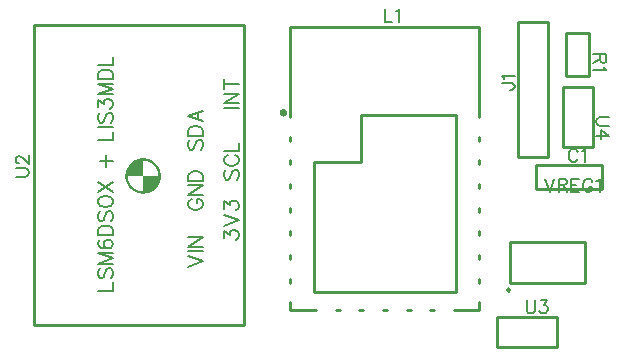
<source format=gto>
G04 Layer: TopSilkscreenLayer*
G04 EasyEDA v6.5.47, 2024-10-08 22:28:42*
G04 1ebfd5db29c148b9bf331c51237545a2,bd0a3265f8cf4f36a4e098e39f96ef10,10*
G04 Gerber Generator version 0.2*
G04 Scale: 100 percent, Rotated: No, Reflected: No *
G04 Dimensions in millimeters *
G04 leading zeros omitted , absolute positions ,4 integer and 5 decimal *
%FSLAX45Y45*%
%MOMM*%

%ADD10C,0.1524*%
%ADD11C,0.1270*%
%ADD12C,0.2540*%

%LPD*%
G36*
X1159611Y1699869D02*
G01*
X1150721Y1699514D01*
X1146302Y1698904D01*
X1140104Y1698447D01*
X1135938Y1697888D01*
X1133144Y1697126D01*
X1128725Y1696669D01*
X1125829Y1695704D01*
X1121206Y1694891D01*
X1119581Y1694078D01*
X1115669Y1693316D01*
X1113993Y1692452D01*
X1110792Y1691690D01*
X1108913Y1690725D01*
X1106728Y1690268D01*
X1105001Y1689252D01*
X1102156Y1688490D01*
X1101039Y1687677D01*
X1098651Y1686966D01*
X1097432Y1686102D01*
X1094943Y1685289D01*
X1094130Y1684528D01*
X1091895Y1683664D01*
X1090879Y1682902D01*
X1088644Y1682089D01*
X1087526Y1681175D01*
X1086154Y1680616D01*
X1085342Y1679905D01*
X1083106Y1678889D01*
X1082548Y1678228D01*
X1080160Y1677162D01*
X1079601Y1676501D01*
X1077671Y1675536D01*
X1077417Y1675130D01*
X1075740Y1674266D01*
X1074318Y1672996D01*
X1071168Y1670913D01*
X1059688Y1661617D01*
X1050950Y1653133D01*
X1043228Y1644446D01*
X1037082Y1636217D01*
X1032103Y1629054D01*
X1031036Y1626768D01*
X1030478Y1626311D01*
X1029716Y1624634D01*
X1028496Y1622907D01*
X1028496Y1622450D01*
X1027074Y1620266D01*
X1026464Y1618386D01*
X1025702Y1617675D01*
X1025042Y1615643D01*
X1023924Y1614068D01*
X1023467Y1612239D01*
X1022502Y1610817D01*
X1021638Y1608328D01*
X1020724Y1606854D01*
X1020216Y1604670D01*
X1019098Y1602638D01*
X1018489Y1600149D01*
X1017524Y1598269D01*
X1017066Y1595882D01*
X1015949Y1593240D01*
X1015339Y1589989D01*
X1014425Y1587906D01*
X1013866Y1584299D01*
X1012748Y1580896D01*
X1012240Y1576476D01*
X1011275Y1572768D01*
X1009700Y1557070D01*
X1009572Y1549146D01*
X1029868Y1549146D01*
X1030782Y1549806D01*
X1159611Y1549806D01*
X1159611Y1678635D01*
X1160221Y1679498D01*
X1173886Y1679092D01*
X1180084Y1677924D01*
X1184300Y1677466D01*
X1189482Y1676146D01*
X1192428Y1675688D01*
X1193952Y1674926D01*
X1197965Y1674114D01*
X1199896Y1673148D01*
X1202283Y1672691D01*
X1204722Y1671523D01*
X1206703Y1671066D01*
X1208278Y1670151D01*
X1210665Y1669491D01*
X1212494Y1668373D01*
X1214729Y1667713D01*
X1215186Y1667154D01*
X1217930Y1666087D01*
X1219250Y1665122D01*
X1221130Y1664512D01*
X1221689Y1663852D01*
X1223822Y1662887D01*
X1225092Y1661972D01*
X1226667Y1661312D01*
X1227480Y1660550D01*
X1229258Y1659686D01*
X1230579Y1658518D01*
X1231036Y1658518D01*
X1236573Y1654708D01*
X1236573Y1654403D01*
X1240536Y1651609D01*
X1248460Y1644650D01*
X1255471Y1637588D01*
X1261516Y1630629D01*
X1264208Y1626717D01*
X1264513Y1626717D01*
X1268323Y1621180D01*
X1268323Y1620774D01*
X1269492Y1619453D01*
X1270406Y1617624D01*
X1271117Y1616862D01*
X1271778Y1615236D01*
X1272743Y1614017D01*
X1273657Y1611833D01*
X1274318Y1611325D01*
X1274978Y1609394D01*
X1275943Y1608074D01*
X1276959Y1605381D01*
X1277569Y1604924D01*
X1278178Y1602638D01*
X1279296Y1600860D01*
X1279956Y1598472D01*
X1280922Y1596847D01*
X1281328Y1594916D01*
X1282496Y1592478D01*
X1283004Y1590090D01*
X1283970Y1588160D01*
X1284782Y1584096D01*
X1285544Y1582572D01*
X1286002Y1579676D01*
X1287322Y1574495D01*
X1287780Y1570278D01*
X1288897Y1564030D01*
X1289354Y1550416D01*
X1288440Y1549806D01*
X1159611Y1549806D01*
X1159611Y1420977D01*
X1158951Y1420012D01*
X1148334Y1420266D01*
X1143812Y1420672D01*
X1140206Y1421485D01*
X1134211Y1422196D01*
X1131620Y1423060D01*
X1126896Y1423822D01*
X1124966Y1424686D01*
X1121714Y1425295D01*
X1119124Y1426413D01*
X1116736Y1426921D01*
X1114755Y1427937D01*
X1111961Y1428699D01*
X1110945Y1429410D01*
X1108151Y1430274D01*
X1106830Y1431239D01*
X1104950Y1431696D01*
X1102410Y1433068D01*
X1101699Y1433271D01*
X1099566Y1434693D01*
X1098905Y1434693D01*
X1096924Y1436014D01*
X1096060Y1436268D01*
X1094536Y1437335D01*
X1092301Y1438452D01*
X1091996Y1438859D01*
X1089964Y1439926D01*
X1088644Y1441043D01*
X1088186Y1441043D01*
X1083411Y1444345D01*
X1078179Y1448409D01*
X1074369Y1451762D01*
X1072743Y1452930D01*
X1062736Y1462938D01*
X1061567Y1464564D01*
X1058214Y1468374D01*
X1050848Y1478381D01*
X1050848Y1478838D01*
X1049731Y1480159D01*
X1048664Y1482191D01*
X1048258Y1482496D01*
X1046073Y1486306D01*
X1046073Y1486712D01*
X1044498Y1489100D01*
X1044498Y1489760D01*
X1043076Y1491894D01*
X1042619Y1493316D01*
X1041501Y1495145D01*
X1041044Y1497025D01*
X1040079Y1498295D01*
X1039215Y1501140D01*
X1038504Y1502156D01*
X1037742Y1504950D01*
X1036726Y1506931D01*
X1036218Y1509318D01*
X1035100Y1511909D01*
X1034643Y1514703D01*
X1033627Y1517091D01*
X1032865Y1521815D01*
X1032154Y1523695D01*
X1031290Y1530350D01*
X1030478Y1534007D01*
X1030020Y1540713D01*
X1029868Y1549146D01*
X1009572Y1549146D01*
X1009853Y1540713D01*
X1010462Y1536293D01*
X1011275Y1526794D01*
X1012240Y1523136D01*
X1012698Y1518716D01*
X1013714Y1515821D01*
X1014425Y1511503D01*
X1015339Y1509522D01*
X1016101Y1505610D01*
X1016863Y1504289D01*
X1017727Y1500733D01*
X1018438Y1499514D01*
X1019302Y1496364D01*
X1020267Y1494739D01*
X1020724Y1492707D01*
X1021842Y1490726D01*
X1022350Y1489151D01*
X1023619Y1486712D01*
X1023924Y1485544D01*
X1025093Y1483715D01*
X1025652Y1482140D01*
X1026668Y1480616D01*
X1027328Y1478686D01*
X1027937Y1478127D01*
X1029258Y1475536D01*
X1029512Y1475384D01*
X1030630Y1472895D01*
X1031087Y1472590D01*
X1032154Y1470558D01*
X1033271Y1469237D01*
X1033271Y1468678D01*
X1034440Y1467358D01*
X1035456Y1465326D01*
X1036472Y1464411D01*
X1036472Y1463903D01*
X1037539Y1462938D01*
X1038453Y1461160D01*
X1039317Y1460347D01*
X1040079Y1458874D01*
X1040841Y1458468D01*
X1043940Y1454302D01*
X1047750Y1449832D01*
X1056386Y1440942D01*
X1061669Y1436166D01*
X1066038Y1432560D01*
X1068273Y1431036D01*
X1068679Y1430274D01*
X1070152Y1429512D01*
X1070965Y1428648D01*
X1072743Y1427734D01*
X1073708Y1426667D01*
X1074216Y1426667D01*
X1075182Y1425651D01*
X1077163Y1424635D01*
X1078484Y1423466D01*
X1079042Y1423466D01*
X1080363Y1422349D01*
X1082446Y1421282D01*
X1082700Y1420825D01*
X1085189Y1419707D01*
X1085494Y1419250D01*
X1087932Y1418132D01*
X1088491Y1417523D01*
X1090523Y1416812D01*
X1091844Y1415846D01*
X1093520Y1415288D01*
X1095349Y1414119D01*
X1096518Y1413814D01*
X1098956Y1412544D01*
X1100531Y1412036D01*
X1102258Y1411071D01*
X1105103Y1410258D01*
X1106170Y1409496D01*
X1109319Y1408633D01*
X1110538Y1407922D01*
X1114094Y1407058D01*
X1115415Y1406296D01*
X1119327Y1405534D01*
X1121308Y1404620D01*
X1125626Y1403908D01*
X1128522Y1402892D01*
X1132941Y1402435D01*
X1136599Y1401521D01*
X1152499Y1399844D01*
X1166723Y1399844D01*
X1182573Y1401470D01*
X1186281Y1402435D01*
X1190650Y1402892D01*
X1194104Y1404061D01*
X1197508Y1404518D01*
X1200099Y1405534D01*
X1203604Y1406245D01*
X1205230Y1407109D01*
X1208532Y1407871D01*
X1209852Y1408684D01*
X1213053Y1409496D01*
X1214120Y1410258D01*
X1216964Y1411071D01*
X1218082Y1411833D01*
X1220774Y1412697D01*
X1221790Y1413510D01*
X1224178Y1414221D01*
X1225194Y1415084D01*
X1227429Y1415897D01*
X1228648Y1416812D01*
X1230071Y1417269D01*
X1232255Y1418691D01*
X1232662Y1418691D01*
X1234998Y1420266D01*
X1235557Y1420266D01*
X1237284Y1421587D01*
X1238961Y1422349D01*
X1239672Y1423111D01*
X1241552Y1424076D01*
X1241755Y1424482D01*
X1244142Y1425752D01*
X1244142Y1426057D01*
X1247851Y1428546D01*
X1253236Y1432814D01*
X1254302Y1433423D01*
X1259332Y1437792D01*
X1265631Y1443786D01*
X1272235Y1450746D01*
X1278737Y1458671D01*
X1282750Y1464106D01*
X1282750Y1464462D01*
X1284071Y1465935D01*
X1284935Y1467612D01*
X1285341Y1467866D01*
X1286306Y1469745D01*
X1286967Y1470355D01*
X1288135Y1472742D01*
X1288846Y1473555D01*
X1289354Y1474825D01*
X1290726Y1476756D01*
X1290726Y1477162D01*
X1292148Y1479296D01*
X1292758Y1481175D01*
X1293520Y1481886D01*
X1294180Y1483918D01*
X1295196Y1485290D01*
X1295908Y1487627D01*
X1296720Y1488795D01*
X1297584Y1491335D01*
X1298295Y1492351D01*
X1299108Y1495196D01*
X1300124Y1496923D01*
X1300581Y1499108D01*
X1301546Y1501038D01*
X1302359Y1504289D01*
X1303172Y1505864D01*
X1303883Y1509776D01*
X1304747Y1511503D01*
X1305509Y1515973D01*
X1306474Y1518920D01*
X1306982Y1523288D01*
X1308100Y1527911D01*
X1309573Y1543100D01*
X1309573Y1556512D01*
X1308557Y1565503D01*
X1308100Y1571498D01*
X1306982Y1576273D01*
X1306474Y1580692D01*
X1305509Y1583537D01*
X1304747Y1588160D01*
X1303883Y1589786D01*
X1303172Y1593748D01*
X1302308Y1595374D01*
X1301496Y1598676D01*
X1300734Y1599996D01*
X1300073Y1602638D01*
X1299108Y1604365D01*
X1298295Y1607159D01*
X1297381Y1608632D01*
X1296873Y1610461D01*
X1295755Y1612239D01*
X1295349Y1613916D01*
X1294282Y1615389D01*
X1293520Y1617472D01*
X1292352Y1619199D01*
X1292352Y1619910D01*
X1290726Y1622247D01*
X1290726Y1622704D01*
X1286865Y1629359D01*
X1286611Y1629359D01*
X1285544Y1631238D01*
X1284681Y1632254D01*
X1283970Y1633880D01*
X1283106Y1634642D01*
X1282395Y1636014D01*
X1281480Y1636826D01*
X1280769Y1638249D01*
X1272184Y1648866D01*
X1266850Y1654606D01*
X1258671Y1662328D01*
X1248105Y1670964D01*
X1246682Y1671675D01*
X1245870Y1672539D01*
X1244447Y1673250D01*
X1243685Y1674114D01*
X1242060Y1674875D01*
X1241094Y1675739D01*
X1239164Y1676755D01*
X1239164Y1677060D01*
X1236878Y1678127D01*
X1235811Y1679041D01*
X1234490Y1679600D01*
X1232509Y1680921D01*
X1232052Y1680921D01*
X1229715Y1682496D01*
X1229004Y1682496D01*
X1227277Y1683715D01*
X1225245Y1684477D01*
X1223721Y1685493D01*
X1222095Y1685950D01*
X1220266Y1687068D01*
X1218488Y1687525D01*
X1217015Y1688490D01*
X1214221Y1689252D01*
X1212494Y1690268D01*
X1209802Y1690878D01*
X1208481Y1691690D01*
X1205179Y1692452D01*
X1203553Y1693316D01*
X1199642Y1694078D01*
X1198016Y1694891D01*
X1193393Y1695704D01*
X1190498Y1696669D01*
X1186078Y1697126D01*
X1183284Y1697888D01*
X1179118Y1698447D01*
X1172921Y1698904D01*
X1168501Y1699514D01*
G37*
D10*
X4840477Y1753107D02*
G01*
X4835143Y1763521D01*
X4824729Y1773936D01*
X4814570Y1779015D01*
X4793741Y1779015D01*
X4783327Y1773936D01*
X4772913Y1763521D01*
X4767579Y1753107D01*
X4762500Y1737360D01*
X4762500Y1711452D01*
X4767579Y1695957D01*
X4772913Y1685544D01*
X4783327Y1675129D01*
X4793741Y1670050D01*
X4814570Y1670050D01*
X4824729Y1675129D01*
X4835143Y1685544D01*
X4840477Y1695957D01*
X4874768Y1758187D02*
G01*
X4885181Y1763521D01*
X4900675Y1779015D01*
X4900675Y1670050D01*
X4196384Y2333066D02*
G01*
X4279442Y2333066D01*
X4295190Y2327732D01*
X4300270Y2322652D01*
X4305350Y2312238D01*
X4305350Y2301824D01*
X4300270Y2291410D01*
X4295190Y2286076D01*
X4279442Y2280996D01*
X4269028Y2280996D01*
X4217212Y2367356D02*
G01*
X4211878Y2377516D01*
X4196384Y2393264D01*
X4305350Y2393264D01*
X3206800Y2965119D02*
G01*
X3206800Y2856153D01*
X3206800Y2856153D02*
G01*
X3269030Y2856153D01*
X3303320Y2944291D02*
G01*
X3313734Y2949625D01*
X3329482Y2965119D01*
X3329482Y2856153D01*
X5081015Y2578100D02*
G01*
X4972050Y2578100D01*
X5081015Y2578100D02*
G01*
X5081015Y2531363D01*
X5075936Y2515870D01*
X5070602Y2510536D01*
X5060188Y2505455D01*
X5049774Y2505455D01*
X5039359Y2510536D01*
X5034279Y2515870D01*
X5029200Y2531363D01*
X5029200Y2578100D01*
X5029200Y2541778D02*
G01*
X4972050Y2505455D01*
X5060188Y2471165D02*
G01*
X5065522Y2460752D01*
X5081015Y2445004D01*
X4972050Y2445004D01*
X81584Y1544396D02*
G01*
X159562Y1544396D01*
X175056Y1549476D01*
X185470Y1559890D01*
X190550Y1575638D01*
X190550Y1586052D01*
X185470Y1601546D01*
X175056Y1611960D01*
X159562Y1617040D01*
X81584Y1617040D01*
X107492Y1656664D02*
G01*
X102412Y1656664D01*
X91998Y1661744D01*
X86664Y1667078D01*
X81584Y1677492D01*
X81584Y1698066D01*
X86664Y1708480D01*
X91998Y1713814D01*
X102412Y1718894D01*
X112826Y1718894D01*
X123240Y1713814D01*
X138734Y1703400D01*
X190550Y1651330D01*
X190550Y1724228D01*
D11*
X1541830Y782396D02*
G01*
X1663242Y828624D01*
X1541830Y874852D02*
G01*
X1663242Y828624D01*
X1541830Y912952D02*
G01*
X1663242Y912952D01*
X1541830Y951052D02*
G01*
X1663242Y951052D01*
X1541830Y951052D02*
G01*
X1663242Y1031824D01*
X1541830Y1031824D02*
G01*
X1663242Y1031824D01*
X1846630Y1022426D02*
G01*
X1846630Y1085926D01*
X1892858Y1051382D01*
X1892858Y1068654D01*
X1898700Y1080338D01*
X1904542Y1085926D01*
X1921814Y1091768D01*
X1933244Y1091768D01*
X1950770Y1085926D01*
X1962200Y1074496D01*
X1968042Y1057224D01*
X1968042Y1039952D01*
X1962200Y1022426D01*
X1956358Y1016838D01*
X1944928Y1010996D01*
X1846630Y1129868D02*
G01*
X1968042Y1176096D01*
X1846630Y1222324D02*
G01*
X1968042Y1176096D01*
X1846630Y1271854D02*
G01*
X1846630Y1335354D01*
X1892858Y1300810D01*
X1892858Y1318082D01*
X1898700Y1329766D01*
X1904542Y1335354D01*
X1921814Y1341196D01*
X1933244Y1341196D01*
X1950770Y1335354D01*
X1962200Y1323924D01*
X1968042Y1306652D01*
X1968042Y1289126D01*
X1962200Y1271854D01*
X1956358Y1266266D01*
X1944928Y1260424D01*
X1570786Y1351610D02*
G01*
X1559356Y1345768D01*
X1547672Y1334338D01*
X1541830Y1322654D01*
X1541830Y1299540D01*
X1547672Y1288110D01*
X1559356Y1276426D01*
X1570786Y1270838D01*
X1588058Y1264996D01*
X1617014Y1264996D01*
X1634286Y1270838D01*
X1645970Y1276426D01*
X1657400Y1288110D01*
X1663242Y1299540D01*
X1663242Y1322654D01*
X1657400Y1334338D01*
X1645970Y1345768D01*
X1634286Y1351610D01*
X1617014Y1351610D01*
X1617014Y1322654D02*
G01*
X1617014Y1351610D01*
X1541830Y1389710D02*
G01*
X1663242Y1389710D01*
X1541830Y1389710D02*
G01*
X1663242Y1470482D01*
X1541830Y1470482D02*
G01*
X1663242Y1470482D01*
X1541830Y1508582D02*
G01*
X1663242Y1508582D01*
X1541830Y1508582D02*
G01*
X1541830Y1548968D01*
X1547672Y1566240D01*
X1559356Y1577924D01*
X1570786Y1583766D01*
X1588058Y1589354D01*
X1617014Y1589354D01*
X1634286Y1583766D01*
X1645970Y1577924D01*
X1657400Y1566240D01*
X1663242Y1548968D01*
X1663242Y1508582D01*
X1864156Y1599768D02*
G01*
X1852472Y1588338D01*
X1846630Y1571066D01*
X1846630Y1547952D01*
X1852472Y1530426D01*
X1864156Y1518996D01*
X1875586Y1518996D01*
X1887270Y1524838D01*
X1892858Y1530426D01*
X1898700Y1542110D01*
X1910130Y1576654D01*
X1915972Y1588338D01*
X1921814Y1593926D01*
X1933244Y1599768D01*
X1950770Y1599768D01*
X1962200Y1588338D01*
X1968042Y1571066D01*
X1968042Y1547952D01*
X1962200Y1530426D01*
X1950770Y1518996D01*
X1875586Y1724482D02*
G01*
X1864156Y1718640D01*
X1852472Y1707210D01*
X1846630Y1695526D01*
X1846630Y1672666D01*
X1852472Y1660982D01*
X1864156Y1649552D01*
X1875586Y1643710D01*
X1892858Y1637868D01*
X1921814Y1637868D01*
X1939086Y1643710D01*
X1950770Y1649552D01*
X1962200Y1660982D01*
X1968042Y1672666D01*
X1968042Y1695526D01*
X1962200Y1707210D01*
X1950770Y1718640D01*
X1939086Y1724482D01*
X1846630Y1762582D02*
G01*
X1968042Y1762582D01*
X1968042Y1762582D02*
G01*
X1968042Y1831924D01*
X1559356Y1853768D02*
G01*
X1547672Y1842338D01*
X1541830Y1825066D01*
X1541830Y1801952D01*
X1547672Y1784426D01*
X1559356Y1772996D01*
X1570786Y1772996D01*
X1582470Y1778838D01*
X1588058Y1784426D01*
X1593900Y1796110D01*
X1605330Y1830654D01*
X1611172Y1842338D01*
X1617014Y1847926D01*
X1628444Y1853768D01*
X1645970Y1853768D01*
X1657400Y1842338D01*
X1663242Y1825066D01*
X1663242Y1801952D01*
X1657400Y1784426D01*
X1645970Y1772996D01*
X1541830Y1891868D02*
G01*
X1663242Y1891868D01*
X1541830Y1891868D02*
G01*
X1541830Y1932254D01*
X1547672Y1949526D01*
X1559356Y1961210D01*
X1570786Y1967052D01*
X1588058Y1972640D01*
X1617014Y1972640D01*
X1634286Y1967052D01*
X1645970Y1961210D01*
X1657400Y1949526D01*
X1663242Y1932254D01*
X1663242Y1891868D01*
X1541830Y2056968D02*
G01*
X1663242Y2010740D01*
X1541830Y2056968D02*
G01*
X1663242Y2103196D01*
X1622856Y2028266D02*
G01*
X1622856Y2085924D01*
X1846630Y2128596D02*
G01*
X1968042Y2128596D01*
X1846630Y2166696D02*
G01*
X1968042Y2166696D01*
X1846630Y2166696D02*
G01*
X1968042Y2247468D01*
X1846630Y2247468D02*
G01*
X1968042Y2247468D01*
X1846630Y2325954D02*
G01*
X1968042Y2325954D01*
X1846630Y2285568D02*
G01*
X1846630Y2366340D01*
X779830Y579196D02*
G01*
X901242Y579196D01*
X901242Y579196D02*
G01*
X901242Y648538D01*
X797356Y767410D02*
G01*
X785672Y755726D01*
X779830Y738454D01*
X779830Y715340D01*
X785672Y698068D01*
X797356Y686638D01*
X808786Y686638D01*
X820470Y692226D01*
X826058Y698068D01*
X831900Y709752D01*
X843330Y744296D01*
X849172Y755726D01*
X855014Y761568D01*
X866444Y767410D01*
X883970Y767410D01*
X895400Y755726D01*
X901242Y738454D01*
X901242Y715340D01*
X895400Y698068D01*
X883970Y686638D01*
X779830Y805510D02*
G01*
X901242Y805510D01*
X779830Y805510D02*
G01*
X901242Y851738D01*
X779830Y897966D02*
G01*
X901242Y851738D01*
X779830Y897966D02*
G01*
X901242Y897966D01*
X797356Y1005154D02*
G01*
X785672Y999566D01*
X779830Y982040D01*
X779830Y970610D01*
X785672Y953338D01*
X802944Y941654D01*
X831900Y936066D01*
X860856Y936066D01*
X883970Y941654D01*
X895400Y953338D01*
X901242Y970610D01*
X901242Y976452D01*
X895400Y993724D01*
X883970Y1005154D01*
X866444Y1010996D01*
X860856Y1010996D01*
X843330Y1005154D01*
X831900Y993724D01*
X826058Y976452D01*
X826058Y970610D01*
X831900Y953338D01*
X843330Y941654D01*
X860856Y936066D01*
X779830Y1049096D02*
G01*
X901242Y1049096D01*
X779830Y1049096D02*
G01*
X779830Y1089482D01*
X785672Y1106754D01*
X797356Y1118438D01*
X808786Y1124026D01*
X826058Y1129868D01*
X855014Y1129868D01*
X872286Y1124026D01*
X883970Y1118438D01*
X895400Y1106754D01*
X901242Y1089482D01*
X901242Y1049096D01*
X797356Y1248740D02*
G01*
X785672Y1237310D01*
X779830Y1220038D01*
X779830Y1196924D01*
X785672Y1179652D01*
X797356Y1167968D01*
X808786Y1167968D01*
X820470Y1173810D01*
X826058Y1179652D01*
X831900Y1191082D01*
X843330Y1225626D01*
X849172Y1237310D01*
X855014Y1243152D01*
X866444Y1248740D01*
X883970Y1248740D01*
X895400Y1237310D01*
X901242Y1220038D01*
X901242Y1196924D01*
X895400Y1179652D01*
X883970Y1167968D01*
X779830Y1321638D02*
G01*
X785672Y1309954D01*
X797356Y1298524D01*
X808786Y1292682D01*
X826058Y1286840D01*
X855014Y1286840D01*
X872286Y1292682D01*
X883970Y1298524D01*
X895400Y1309954D01*
X901242Y1321638D01*
X901242Y1344752D01*
X895400Y1356182D01*
X883970Y1367866D01*
X872286Y1373454D01*
X855014Y1379296D01*
X826058Y1379296D01*
X808786Y1373454D01*
X797356Y1367866D01*
X785672Y1356182D01*
X779830Y1344752D01*
X779830Y1321638D01*
X779830Y1417396D02*
G01*
X901242Y1498168D01*
X779830Y1498168D02*
G01*
X901242Y1417396D01*
X797356Y1677238D02*
G01*
X901242Y1677238D01*
X849172Y1625168D02*
G01*
X849172Y1729054D01*
X779830Y1856054D02*
G01*
X901242Y1856054D01*
X901242Y1856054D02*
G01*
X901242Y1925396D01*
X779830Y1963496D02*
G01*
X901242Y1963496D01*
X797356Y2082368D02*
G01*
X785672Y2070938D01*
X779830Y2053666D01*
X779830Y2030552D01*
X785672Y2013026D01*
X797356Y2001596D01*
X808786Y2001596D01*
X820470Y2007438D01*
X826058Y2013026D01*
X831900Y2024710D01*
X843330Y2059254D01*
X849172Y2070938D01*
X855014Y2076526D01*
X866444Y2082368D01*
X883970Y2082368D01*
X895400Y2070938D01*
X901242Y2053666D01*
X901242Y2030552D01*
X895400Y2013026D01*
X883970Y2001596D01*
X779830Y2132152D02*
G01*
X779830Y2195652D01*
X826058Y2160854D01*
X826058Y2178126D01*
X831900Y2189810D01*
X837742Y2195652D01*
X855014Y2201240D01*
X866444Y2201240D01*
X883970Y2195652D01*
X895400Y2183968D01*
X901242Y2166696D01*
X901242Y2149424D01*
X895400Y2132152D01*
X889558Y2126310D01*
X878128Y2120468D01*
X779830Y2239340D02*
G01*
X901242Y2239340D01*
X779830Y2239340D02*
G01*
X901242Y2285568D01*
X779830Y2331796D02*
G01*
X901242Y2285568D01*
X779830Y2331796D02*
G01*
X901242Y2331796D01*
X779830Y2369896D02*
G01*
X901242Y2369896D01*
X779830Y2369896D02*
G01*
X779830Y2410282D01*
X785672Y2427554D01*
X797356Y2439238D01*
X808786Y2444826D01*
X826058Y2450668D01*
X855014Y2450668D01*
X872286Y2444826D01*
X883970Y2439238D01*
X895400Y2427554D01*
X901242Y2410282D01*
X901242Y2369896D01*
X779830Y2488768D02*
G01*
X901242Y2488768D01*
X901242Y2488768D02*
G01*
X901242Y2558110D01*
D10*
X4406900Y496315D02*
G01*
X4406900Y418337D01*
X4411979Y402844D01*
X4422393Y392429D01*
X4438141Y387350D01*
X4448556Y387350D01*
X4464050Y392429D01*
X4474463Y402844D01*
X4479543Y418337D01*
X4479543Y496315D01*
X4524247Y496315D02*
G01*
X4581397Y496315D01*
X4550409Y454660D01*
X4565904Y454660D01*
X4576318Y449579D01*
X4581397Y444500D01*
X4586731Y428752D01*
X4586731Y418337D01*
X4581397Y402844D01*
X4570984Y392429D01*
X4555490Y387350D01*
X4539995Y387350D01*
X4524247Y392429D01*
X4519168Y397510D01*
X4513834Y407923D01*
X5106415Y2044700D02*
G01*
X5028438Y2044700D01*
X5012943Y2039620D01*
X5002529Y2029205D01*
X4997450Y2013457D01*
X4997450Y2003044D01*
X5002529Y1987550D01*
X5012943Y1977136D01*
X5028438Y1972055D01*
X5106415Y1972055D01*
X5106415Y1885695D02*
G01*
X5033772Y1937765D01*
X5033772Y1859787D01*
X5106415Y1885695D02*
G01*
X4997450Y1885695D01*
X4559300Y1525015D02*
G01*
X4600956Y1416050D01*
X4642358Y1525015D02*
G01*
X4600956Y1416050D01*
X4676647Y1525015D02*
G01*
X4676647Y1416050D01*
X4676647Y1525015D02*
G01*
X4723384Y1525015D01*
X4739131Y1519936D01*
X4744211Y1514602D01*
X4749545Y1504187D01*
X4749545Y1493773D01*
X4744211Y1483360D01*
X4739131Y1478279D01*
X4723384Y1473200D01*
X4676647Y1473200D01*
X4712970Y1473200D02*
G01*
X4749545Y1416050D01*
X4783836Y1525015D02*
G01*
X4783836Y1416050D01*
X4783836Y1525015D02*
G01*
X4851400Y1525015D01*
X4783836Y1473200D02*
G01*
X4825238Y1473200D01*
X4783836Y1416050D02*
G01*
X4851400Y1416050D01*
X4963413Y1499107D02*
G01*
X4958334Y1509521D01*
X4947920Y1519936D01*
X4937506Y1525015D01*
X4916677Y1525015D01*
X4906263Y1519936D01*
X4895850Y1509521D01*
X4890770Y1499107D01*
X4885690Y1483360D01*
X4885690Y1457452D01*
X4890770Y1441957D01*
X4895850Y1431544D01*
X4906263Y1421129D01*
X4916677Y1416050D01*
X4937506Y1416050D01*
X4947920Y1421129D01*
X4958334Y1431544D01*
X4963413Y1441957D01*
X4963413Y1457452D01*
X4937506Y1457452D02*
G01*
X4963413Y1457452D01*
X4997704Y1504187D02*
G01*
X5008118Y1509521D01*
X5023865Y1525015D01*
X5023865Y1416050D01*
D12*
X4483100Y1638300D02*
G01*
X5041900Y1638300D01*
X5041900Y1435100D01*
X4483100Y1435100D01*
X4483100Y1435100D02*
G01*
X4483100Y1638300D01*
X4337100Y1709496D02*
G01*
X4337100Y2852496D01*
X4591100Y2852496D01*
X4591100Y1709496D01*
X4337100Y1709496D01*
X2606852Y563803D02*
G01*
X3806748Y563803D01*
X3806748Y2063927D01*
X3006902Y2063927D01*
X3006902Y1663877D01*
X2606852Y1663877D01*
X2606852Y563803D01*
X4006801Y480689D02*
G01*
X4006801Y413804D01*
X4006801Y680689D02*
G01*
X4006801Y646917D01*
X4006801Y880689D02*
G01*
X4006801Y846917D01*
X4006801Y1080688D02*
G01*
X4006801Y1046916D01*
X4006801Y1280690D02*
G01*
X4006801Y1246916D01*
X4006801Y1480690D02*
G01*
X4006801Y1446918D01*
X4006801Y1680690D02*
G01*
X4006801Y1646918D01*
X4006801Y1880689D02*
G01*
X4006801Y1846917D01*
X4006801Y2813804D02*
G01*
X4006801Y2046917D01*
X2406799Y480689D02*
G01*
X2406799Y413804D01*
X2406799Y680689D02*
G01*
X2406799Y646917D01*
X2406799Y880689D02*
G01*
X2406799Y846917D01*
X2406799Y1080688D02*
G01*
X2406799Y1046916D01*
X2406799Y1280688D02*
G01*
X2406799Y1246916D01*
X2406799Y1480690D02*
G01*
X2406799Y1446916D01*
X2406799Y1680690D02*
G01*
X2406799Y1646918D01*
X2406799Y1880689D02*
G01*
X2406799Y1846917D01*
X2406799Y2813804D02*
G01*
X2406799Y2046917D01*
X3789916Y413804D02*
G01*
X4006801Y413804D01*
X3589914Y413804D02*
G01*
X3623688Y413804D01*
X3389914Y413804D02*
G01*
X3423686Y413804D01*
X3189914Y413804D02*
G01*
X3223686Y413804D01*
X2989915Y413804D02*
G01*
X3023687Y413804D01*
X2789915Y413804D02*
G01*
X2823687Y413804D01*
X2406799Y413804D02*
G01*
X2623687Y413804D01*
X2406799Y2813804D02*
G01*
X4006801Y2813804D01*
X4937099Y2755900D02*
G01*
X4937099Y2395905D01*
X4737100Y2395905D01*
X4737100Y2755900D01*
X4937099Y2755900D01*
X235000Y287096D02*
G01*
X235000Y2827096D01*
X2013000Y2827096D01*
X2013000Y287096D01*
X235000Y287096D01*
X4152900Y355600D02*
G01*
X4660900Y355600D01*
X4660900Y101600D01*
X4152900Y101600D01*
X4152900Y355600D01*
X4965700Y2298700D02*
G01*
X4965700Y1790700D01*
X4711700Y1790700D01*
X4711700Y2298700D01*
X4965700Y2298700D01*
X4264710Y990600D02*
G01*
X4904714Y990600D01*
X4904714Y640587D01*
X4264710Y640587D01*
X4264710Y990600D01*
G75*
G01
X2366797Y2083816D02*
G03X2366797Y2083816I-19990J0D01*
G75*
G01
X4267200Y584200D02*
G03X4267200Y584200I-12700J0D01*
M02*

</source>
